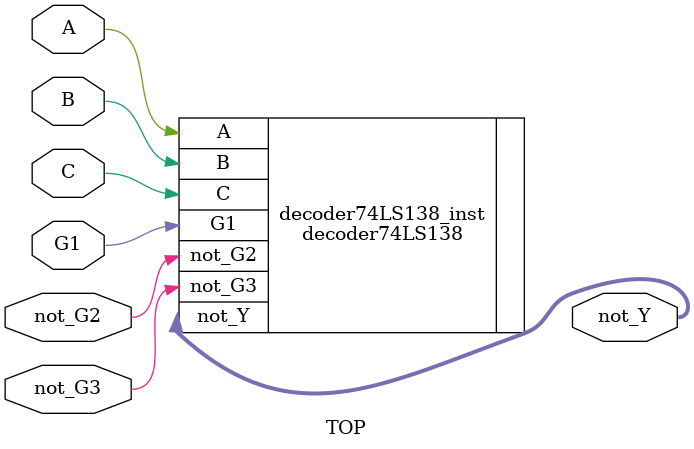
<source format=v>
module TOP(
    input G1,
    input not_G2,
    input not_G3,
    input A,
    input B,
    input C,
    output [7:0] not_Y
);

decoder74LS138 decoder74LS138_inst (
    .G1(G1),
    .not_G2(not_G2),
    .not_G3(not_G3),
    .A(A),
    .B(B),
    .C(C),
    .not_Y(not_Y)
);

endmodule

</source>
